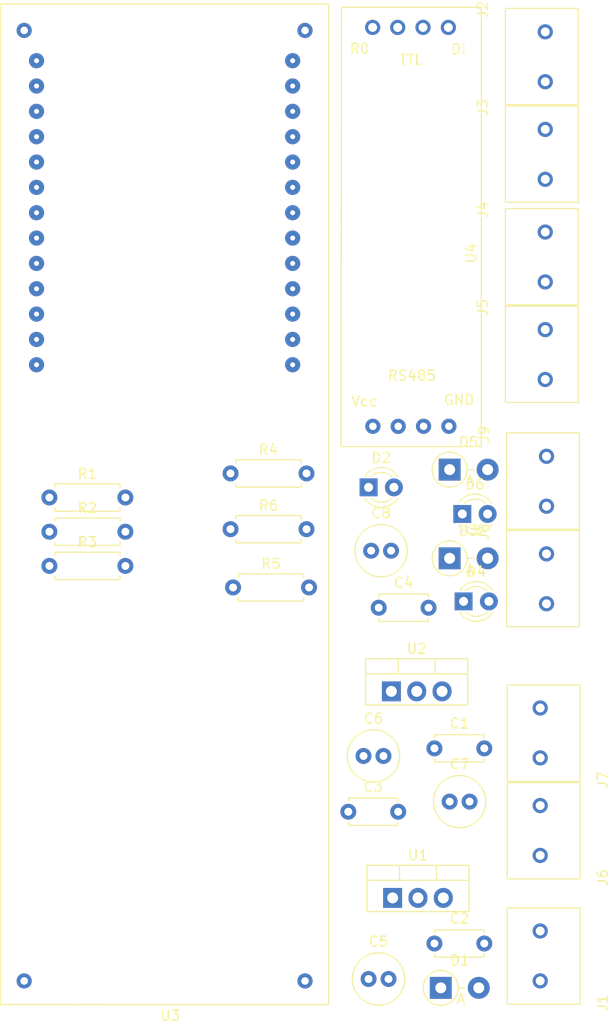
<source format=kicad_pcb>
(kicad_pcb (version 20171130) (host pcbnew "(5.1.10)-1")

  (general
    (thickness 1.6)
    (drawings 14)
    (tracks 0)
    (zones 0)
    (modules 33)
    (nets 38)
  )

  (page A4)
  (layers
    (0 F.Cu signal)
    (31 B.Cu signal)
    (32 B.Adhes user hide)
    (33 F.Adhes user hide)
    (34 B.Paste user)
    (35 F.Paste user hide)
    (36 B.SilkS user hide)
    (37 F.SilkS user)
    (38 B.Mask user hide)
    (39 F.Mask user hide)
    (40 Dwgs.User user hide)
    (41 Cmts.User user hide)
    (42 Eco1.User user hide)
    (43 Eco2.User user hide)
    (44 Edge.Cuts user)
    (45 Margin user hide)
    (46 B.CrtYd user hide)
    (47 F.CrtYd user)
    (48 B.Fab user hide)
    (49 F.Fab user hide)
  )

  (setup
    (last_trace_width 0.25)
    (user_trace_width 0.5)
    (trace_clearance 0.2)
    (zone_clearance 0.508)
    (zone_45_only no)
    (trace_min 0.2)
    (via_size 0.8)
    (via_drill 0.4)
    (via_min_size 0.4)
    (via_min_drill 0.3)
    (uvia_size 0.3)
    (uvia_drill 0.1)
    (uvias_allowed no)
    (uvia_min_size 0.2)
    (uvia_min_drill 0.1)
    (edge_width 0.05)
    (segment_width 0.2)
    (pcb_text_width 0.3)
    (pcb_text_size 1.5 1.5)
    (mod_edge_width 0.12)
    (mod_text_size 1 1)
    (mod_text_width 0.15)
    (pad_size 1.524 1.524)
    (pad_drill 0.762)
    (pad_to_mask_clearance 0)
    (aux_axis_origin 0 0)
    (visible_elements 7FFFFFFF)
    (pcbplotparams
      (layerselection 0x010fc_ffffffff)
      (usegerberextensions true)
      (usegerberattributes true)
      (usegerberadvancedattributes true)
      (creategerberjobfile true)
      (excludeedgelayer true)
      (linewidth 0.100000)
      (plotframeref false)
      (viasonmask false)
      (mode 1)
      (useauxorigin false)
      (hpglpennumber 1)
      (hpglpenspeed 20)
      (hpglpendiameter 15.000000)
      (psnegative false)
      (psa4output false)
      (plotreference true)
      (plotvalue false)
      (plotinvisibletext false)
      (padsonsilk false)
      (subtractmaskfromsilk false)
      (outputformat 1)
      (mirror false)
      (drillshape 0)
      (scaleselection 1)
      (outputdirectory "Gerbers/V2/"))
  )

  (net 0 "")
  (net 1 GND)
  (net 2 "Net-(C1-Pad1)")
  (net 3 "Net-(C2-Pad1)")
  (net 4 "Net-(U3-Pad1)")
  (net 5 "Net-(D1-Pad2)")
  (net 6 "Net-(D2-Pad1)")
  (net 7 "Net-(U3-Pad3)")
  (net 8 /A)
  (net 9 /B)
  (net 10 "Net-(U3-Pad36)")
  (net 11 "Net-(U3-Pad39)")
  (net 12 "Net-(U3-PadRST)")
  (net 13 "Net-(U3-Pad15)")
  (net 14 "Net-(U3-Pad35)")
  (net 15 "Net-(U3-Pad32)")
  (net 16 "Net-(U3-Pad33)")
  (net 17 "Net-(U3-PadLoRa1)")
  (net 18 "Net-(U3-PadLoRa2)")
  (net 19 "Net-(U3-PadGND3)")
  (net 20 "Net-(U3-Pad3V3)")
  (net 21 "Net-(U3-PadGND2)")
  (net 22 "Net-(U3-Pad0)")
  (net 23 "Net-(U3-Pad23)")
  (net 24 "Net-(U3-Pad21)")
  (net 25 "Net-(U3-Pad3.3V)")
  (net 26 "Net-(U3-Pad13)")
  (net 27 "Net-(R1-Pad2)")
  (net 28 "Net-(U3-Pad4)")
  (net 29 /5V)
  (net 30 /9V)
  (net 31 "Net-(D4-Pad1)")
  (net 32 "Net-(D5-Pad2)")
  (net 33 "Net-(D6-Pad1)")
  (net 34 /IN1)
  (net 35 /IN2)
  (net 36 "Net-(R2-Pad2)")
  (net 37 "Net-(U3-Pad22)")

  (net_class Default "This is the default net class."
    (clearance 0.2)
    (trace_width 0.25)
    (via_dia 0.8)
    (via_drill 0.4)
    (uvia_dia 0.3)
    (uvia_drill 0.1)
    (add_net /5V)
    (add_net /9V)
    (add_net /A)
    (add_net /B)
    (add_net /IN1)
    (add_net /IN2)
    (add_net GND)
    (add_net "Net-(C1-Pad1)")
    (add_net "Net-(C2-Pad1)")
    (add_net "Net-(D1-Pad2)")
    (add_net "Net-(D2-Pad1)")
    (add_net "Net-(D4-Pad1)")
    (add_net "Net-(D5-Pad2)")
    (add_net "Net-(D6-Pad1)")
    (add_net "Net-(R1-Pad2)")
    (add_net "Net-(R2-Pad2)")
    (add_net "Net-(U3-Pad0)")
    (add_net "Net-(U3-Pad1)")
    (add_net "Net-(U3-Pad13)")
    (add_net "Net-(U3-Pad15)")
    (add_net "Net-(U3-Pad21)")
    (add_net "Net-(U3-Pad22)")
    (add_net "Net-(U3-Pad23)")
    (add_net "Net-(U3-Pad3)")
    (add_net "Net-(U3-Pad3.3V)")
    (add_net "Net-(U3-Pad32)")
    (add_net "Net-(U3-Pad33)")
    (add_net "Net-(U3-Pad35)")
    (add_net "Net-(U3-Pad36)")
    (add_net "Net-(U3-Pad39)")
    (add_net "Net-(U3-Pad3V3)")
    (add_net "Net-(U3-Pad4)")
    (add_net "Net-(U3-PadGND2)")
    (add_net "Net-(U3-PadGND3)")
    (add_net "Net-(U3-PadLoRa1)")
    (add_net "Net-(U3-PadLoRa2)")
    (add_net "Net-(U3-PadRST)")
  )

  (module Capacitor_THT:C_Disc_D4.7mm_W2.5mm_P5.00mm (layer F.Cu) (tedit 5AE50EF0) (tstamp 63653E77)
    (at 158.877 117.602)
    (descr "C, Disc series, Radial, pin pitch=5.00mm, , diameter*width=4.7*2.5mm^2, Capacitor, http://www.vishay.com/docs/45233/krseries.pdf")
    (tags "C Disc series Radial pin pitch 5.00mm  diameter 4.7mm width 2.5mm Capacitor")
    (path /616F1AC0)
    (fp_text reference C1 (at 2.5 -2.5) (layer F.SilkS)
      (effects (font (size 1 1) (thickness 0.15)))
    )
    (fp_text value 0.1uF (at 2.5 2.5) (layer F.Fab)
      (effects (font (size 1 1) (thickness 0.15)))
    )
    (fp_text user %R (at 2.5 0) (layer F.Fab)
      (effects (font (size 0.94 0.94) (thickness 0.141)))
    )
    (fp_line (start 0.15 -1.25) (end 0.15 1.25) (layer F.Fab) (width 0.1))
    (fp_line (start 0.15 1.25) (end 4.85 1.25) (layer F.Fab) (width 0.1))
    (fp_line (start 4.85 1.25) (end 4.85 -1.25) (layer F.Fab) (width 0.1))
    (fp_line (start 4.85 -1.25) (end 0.15 -1.25) (layer F.Fab) (width 0.1))
    (fp_line (start 0.03 -1.37) (end 4.97 -1.37) (layer F.SilkS) (width 0.12))
    (fp_line (start 0.03 1.37) (end 4.97 1.37) (layer F.SilkS) (width 0.12))
    (fp_line (start 0.03 -1.37) (end 0.03 -1.055) (layer F.SilkS) (width 0.12))
    (fp_line (start 0.03 1.055) (end 0.03 1.37) (layer F.SilkS) (width 0.12))
    (fp_line (start 4.97 -1.37) (end 4.97 -1.055) (layer F.SilkS) (width 0.12))
    (fp_line (start 4.97 1.055) (end 4.97 1.37) (layer F.SilkS) (width 0.12))
    (fp_line (start -1.05 -1.5) (end -1.05 1.5) (layer F.CrtYd) (width 0.05))
    (fp_line (start -1.05 1.5) (end 6.05 1.5) (layer F.CrtYd) (width 0.05))
    (fp_line (start 6.05 1.5) (end 6.05 -1.5) (layer F.CrtYd) (width 0.05))
    (fp_line (start 6.05 -1.5) (end -1.05 -1.5) (layer F.CrtYd) (width 0.05))
    (pad 2 thru_hole circle (at 5 0) (size 1.6 1.6) (drill 0.8) (layers *.Cu *.Mask)
      (net 1 GND))
    (pad 1 thru_hole circle (at 0 0) (size 1.6 1.6) (drill 0.8) (layers *.Cu *.Mask)
      (net 2 "Net-(C1-Pad1)"))
    (model ${KISYS3DMOD}/Capacitor_THT.3dshapes/C_Disc_D4.7mm_W2.5mm_P5.00mm.wrl
      (at (xyz 0 0 0))
      (scale (xyz 1 1 1))
      (rotate (xyz 0 0 0))
    )
  )

  (module Capacitor_THT:C_Disc_D4.7mm_W2.5mm_P5.00mm (layer F.Cu) (tedit 5AE50EF0) (tstamp 63653E8C)
    (at 158.877 137.16)
    (descr "C, Disc series, Radial, pin pitch=5.00mm, , diameter*width=4.7*2.5mm^2, Capacitor, http://www.vishay.com/docs/45233/krseries.pdf")
    (tags "C Disc series Radial pin pitch 5.00mm  diameter 4.7mm width 2.5mm Capacitor")
    (path /616F0A57)
    (fp_text reference C2 (at 2.5 -2.5) (layer F.SilkS)
      (effects (font (size 1 1) (thickness 0.15)))
    )
    (fp_text value 0.1uF (at 2.5 2.5) (layer F.Fab)
      (effects (font (size 1 1) (thickness 0.15)))
    )
    (fp_text user %R (at 2.5 0) (layer F.Fab)
      (effects (font (size 0.94 0.94) (thickness 0.141)))
    )
    (fp_line (start 0.15 -1.25) (end 0.15 1.25) (layer F.Fab) (width 0.1))
    (fp_line (start 0.15 1.25) (end 4.85 1.25) (layer F.Fab) (width 0.1))
    (fp_line (start 4.85 1.25) (end 4.85 -1.25) (layer F.Fab) (width 0.1))
    (fp_line (start 4.85 -1.25) (end 0.15 -1.25) (layer F.Fab) (width 0.1))
    (fp_line (start 0.03 -1.37) (end 4.97 -1.37) (layer F.SilkS) (width 0.12))
    (fp_line (start 0.03 1.37) (end 4.97 1.37) (layer F.SilkS) (width 0.12))
    (fp_line (start 0.03 -1.37) (end 0.03 -1.055) (layer F.SilkS) (width 0.12))
    (fp_line (start 0.03 1.055) (end 0.03 1.37) (layer F.SilkS) (width 0.12))
    (fp_line (start 4.97 -1.37) (end 4.97 -1.055) (layer F.SilkS) (width 0.12))
    (fp_line (start 4.97 1.055) (end 4.97 1.37) (layer F.SilkS) (width 0.12))
    (fp_line (start -1.05 -1.5) (end -1.05 1.5) (layer F.CrtYd) (width 0.05))
    (fp_line (start -1.05 1.5) (end 6.05 1.5) (layer F.CrtYd) (width 0.05))
    (fp_line (start 6.05 1.5) (end 6.05 -1.5) (layer F.CrtYd) (width 0.05))
    (fp_line (start 6.05 -1.5) (end -1.05 -1.5) (layer F.CrtYd) (width 0.05))
    (pad 2 thru_hole circle (at 5 0) (size 1.6 1.6) (drill 0.8) (layers *.Cu *.Mask)
      (net 1 GND))
    (pad 1 thru_hole circle (at 0 0) (size 1.6 1.6) (drill 0.8) (layers *.Cu *.Mask)
      (net 3 "Net-(C2-Pad1)"))
    (model ${KISYS3DMOD}/Capacitor_THT.3dshapes/C_Disc_D4.7mm_W2.5mm_P5.00mm.wrl
      (at (xyz 0 0 0))
      (scale (xyz 1 1 1))
      (rotate (xyz 0 0 0))
    )
  )

  (module Capacitor_THT:C_Disc_D4.7mm_W2.5mm_P5.00mm (layer F.Cu) (tedit 5AE50EF0) (tstamp 63653EA1)
    (at 150.241 123.952)
    (descr "C, Disc series, Radial, pin pitch=5.00mm, , diameter*width=4.7*2.5mm^2, Capacitor, http://www.vishay.com/docs/45233/krseries.pdf")
    (tags "C Disc series Radial pin pitch 5.00mm  diameter 4.7mm width 2.5mm Capacitor")
    (path /616F197F)
    (fp_text reference C3 (at 2.5 -2.5) (layer F.SilkS)
      (effects (font (size 1 1) (thickness 0.15)))
    )
    (fp_text value 0.1uF (at 2.5 2.5) (layer F.Fab)
      (effects (font (size 1 1) (thickness 0.15)))
    )
    (fp_line (start 6.05 -1.5) (end -1.05 -1.5) (layer F.CrtYd) (width 0.05))
    (fp_line (start 6.05 1.5) (end 6.05 -1.5) (layer F.CrtYd) (width 0.05))
    (fp_line (start -1.05 1.5) (end 6.05 1.5) (layer F.CrtYd) (width 0.05))
    (fp_line (start -1.05 -1.5) (end -1.05 1.5) (layer F.CrtYd) (width 0.05))
    (fp_line (start 4.97 1.055) (end 4.97 1.37) (layer F.SilkS) (width 0.12))
    (fp_line (start 4.97 -1.37) (end 4.97 -1.055) (layer F.SilkS) (width 0.12))
    (fp_line (start 0.03 1.055) (end 0.03 1.37) (layer F.SilkS) (width 0.12))
    (fp_line (start 0.03 -1.37) (end 0.03 -1.055) (layer F.SilkS) (width 0.12))
    (fp_line (start 0.03 1.37) (end 4.97 1.37) (layer F.SilkS) (width 0.12))
    (fp_line (start 0.03 -1.37) (end 4.97 -1.37) (layer F.SilkS) (width 0.12))
    (fp_line (start 4.85 -1.25) (end 0.15 -1.25) (layer F.Fab) (width 0.1))
    (fp_line (start 4.85 1.25) (end 4.85 -1.25) (layer F.Fab) (width 0.1))
    (fp_line (start 0.15 1.25) (end 4.85 1.25) (layer F.Fab) (width 0.1))
    (fp_line (start 0.15 -1.25) (end 0.15 1.25) (layer F.Fab) (width 0.1))
    (fp_text user %R (at 2.5 0) (layer F.Fab)
      (effects (font (size 0.94 0.94) (thickness 0.141)))
    )
    (pad 1 thru_hole circle (at 0 0) (size 1.6 1.6) (drill 0.8) (layers *.Cu *.Mask)
      (net 2 "Net-(C1-Pad1)"))
    (pad 2 thru_hole circle (at 5 0) (size 1.6 1.6) (drill 0.8) (layers *.Cu *.Mask)
      (net 1 GND))
    (model ${KISYS3DMOD}/Capacitor_THT.3dshapes/C_Disc_D4.7mm_W2.5mm_P5.00mm.wrl
      (at (xyz 0 0 0))
      (scale (xyz 1 1 1))
      (rotate (xyz 0 0 0))
    )
  )

  (module Capacitor_THT:C_Disc_D4.7mm_W2.5mm_P5.00mm (layer F.Cu) (tedit 5AE50EF0) (tstamp 63653EB6)
    (at 153.289 103.505)
    (descr "C, Disc series, Radial, pin pitch=5.00mm, , diameter*width=4.7*2.5mm^2, Capacitor, http://www.vishay.com/docs/45233/krseries.pdf")
    (tags "C Disc series Radial pin pitch 5.00mm  diameter 4.7mm width 2.5mm Capacitor")
    (path /616F1AFA)
    (fp_text reference C4 (at 2.5 -2.5) (layer F.SilkS)
      (effects (font (size 1 1) (thickness 0.15)))
    )
    (fp_text value 0.1uF (at 2.5 2.5) (layer F.Fab)
      (effects (font (size 1 1) (thickness 0.15)))
    )
    (fp_line (start 6.05 -1.5) (end -1.05 -1.5) (layer F.CrtYd) (width 0.05))
    (fp_line (start 6.05 1.5) (end 6.05 -1.5) (layer F.CrtYd) (width 0.05))
    (fp_line (start -1.05 1.5) (end 6.05 1.5) (layer F.CrtYd) (width 0.05))
    (fp_line (start -1.05 -1.5) (end -1.05 1.5) (layer F.CrtYd) (width 0.05))
    (fp_line (start 4.97 1.055) (end 4.97 1.37) (layer F.SilkS) (width 0.12))
    (fp_line (start 4.97 -1.37) (end 4.97 -1.055) (layer F.SilkS) (width 0.12))
    (fp_line (start 0.03 1.055) (end 0.03 1.37) (layer F.SilkS) (width 0.12))
    (fp_line (start 0.03 -1.37) (end 0.03 -1.055) (layer F.SilkS) (width 0.12))
    (fp_line (start 0.03 1.37) (end 4.97 1.37) (layer F.SilkS) (width 0.12))
    (fp_line (start 0.03 -1.37) (end 4.97 -1.37) (layer F.SilkS) (width 0.12))
    (fp_line (start 4.85 -1.25) (end 0.15 -1.25) (layer F.Fab) (width 0.1))
    (fp_line (start 4.85 1.25) (end 4.85 -1.25) (layer F.Fab) (width 0.1))
    (fp_line (start 0.15 1.25) (end 4.85 1.25) (layer F.Fab) (width 0.1))
    (fp_line (start 0.15 -1.25) (end 0.15 1.25) (layer F.Fab) (width 0.1))
    (fp_text user %R (at 2.5 0) (layer F.Fab)
      (effects (font (size 0.94 0.94) (thickness 0.141)))
    )
    (pad 1 thru_hole circle (at 0 0) (size 1.6 1.6) (drill 0.8) (layers *.Cu *.Mask)
      (net 29 /5V))
    (pad 2 thru_hole circle (at 5 0) (size 1.6 1.6) (drill 0.8) (layers *.Cu *.Mask)
      (net 1 GND))
    (model ${KISYS3DMOD}/Capacitor_THT.3dshapes/C_Disc_D4.7mm_W2.5mm_P5.00mm.wrl
      (at (xyz 0 0 0))
      (scale (xyz 1 1 1))
      (rotate (xyz 0 0 0))
    )
  )

  (module Capacitor_THT:C_Radial_D5.0mm_H11.0mm_P2.00mm (layer F.Cu) (tedit 5BC5C9B9) (tstamp 63653EC0)
    (at 152.273 140.716)
    (descr "C, Radial series, Radial, pin pitch=2.00mm, diameter=5mm, height=11mm, Non-Polar Electrolytic Capacitor")
    (tags "C Radial series Radial pin pitch 2.00mm diameter 5mm height 11mm Non-Polar Electrolytic Capacitor")
    (path /62E89CBB)
    (fp_text reference C5 (at 1 -3.75) (layer F.SilkS)
      (effects (font (size 1 1) (thickness 0.15)))
    )
    (fp_text value 0.22uF (at 1 3.75) (layer F.Fab)
      (effects (font (size 1 1) (thickness 0.15)))
    )
    (fp_text user %R (at 1 0) (layer F.Fab)
      (effects (font (size 1 1) (thickness 0.15)))
    )
    (fp_circle (center 1 0) (end 3.5 0) (layer F.Fab) (width 0.1))
    (fp_circle (center 1 0) (end 3.62 0) (layer F.SilkS) (width 0.12))
    (fp_circle (center 1 0) (end 3.75 0) (layer F.CrtYd) (width 0.05))
    (pad 2 thru_hole circle (at 2 0) (size 1.6 1.6) (drill 0.8) (layers *.Cu *.Mask)
      (net 1 GND))
    (pad 1 thru_hole circle (at 0 0) (size 1.6 1.6) (drill 0.8) (layers *.Cu *.Mask)
      (net 3 "Net-(C2-Pad1)"))
    (model ${KISYS3DMOD}/Capacitor_THT.3dshapes/C_Radial_D5.0mm_H11.0mm_P2.00mm.wrl
      (at (xyz 0 0 0))
      (scale (xyz 1 1 1))
      (rotate (xyz 0 0 0))
    )
  )

  (module Capacitor_THT:C_Radial_D5.0mm_H11.0mm_P2.00mm (layer F.Cu) (tedit 5BC5C9B9) (tstamp 63653ECA)
    (at 151.765 118.364)
    (descr "C, Radial series, Radial, pin pitch=2.00mm, diameter=5mm, height=11mm, Non-Polar Electrolytic Capacitor")
    (tags "C Radial series Radial pin pitch 2.00mm diameter 5mm height 11mm Non-Polar Electrolytic Capacitor")
    (path /62EBD6DD)
    (fp_text reference C6 (at 1 -3.75) (layer F.SilkS)
      (effects (font (size 1 1) (thickness 0.15)))
    )
    (fp_text value 0.22uF (at 1 3.75) (layer F.Fab)
      (effects (font (size 1 1) (thickness 0.15)))
    )
    (fp_text user %R (at 1 0) (layer F.Fab)
      (effects (font (size 1 1) (thickness 0.15)))
    )
    (fp_circle (center 1 0) (end 3.5 0) (layer F.Fab) (width 0.1))
    (fp_circle (center 1 0) (end 3.62 0) (layer F.SilkS) (width 0.12))
    (fp_circle (center 1 0) (end 3.75 0) (layer F.CrtYd) (width 0.05))
    (pad 2 thru_hole circle (at 2 0) (size 1.6 1.6) (drill 0.8) (layers *.Cu *.Mask)
      (net 1 GND))
    (pad 1 thru_hole circle (at 0 0) (size 1.6 1.6) (drill 0.8) (layers *.Cu *.Mask)
      (net 2 "Net-(C1-Pad1)"))
    (model ${KISYS3DMOD}/Capacitor_THT.3dshapes/C_Radial_D5.0mm_H11.0mm_P2.00mm.wrl
      (at (xyz 0 0 0))
      (scale (xyz 1 1 1))
      (rotate (xyz 0 0 0))
    )
  )

  (module Capacitor_THT:C_Radial_D5.0mm_H11.0mm_P2.00mm (layer F.Cu) (tedit 5BC5C9B9) (tstamp 63653ED4)
    (at 160.401 122.936)
    (descr "C, Radial series, Radial, pin pitch=2.00mm, diameter=5mm, height=11mm, Non-Polar Electrolytic Capacitor")
    (tags "C Radial series Radial pin pitch 2.00mm diameter 5mm height 11mm Non-Polar Electrolytic Capacitor")
    (path /62EAA159)
    (fp_text reference C7 (at 1 -3.75) (layer F.SilkS)
      (effects (font (size 1 1) (thickness 0.15)))
    )
    (fp_text value 10uF (at 1 3.75) (layer F.Fab)
      (effects (font (size 1 1) (thickness 0.15)))
    )
    (fp_circle (center 1 0) (end 3.75 0) (layer F.CrtYd) (width 0.05))
    (fp_circle (center 1 0) (end 3.62 0) (layer F.SilkS) (width 0.12))
    (fp_circle (center 1 0) (end 3.5 0) (layer F.Fab) (width 0.1))
    (fp_text user %R (at 1 0) (layer F.Fab)
      (effects (font (size 1 1) (thickness 0.15)))
    )
    (pad 1 thru_hole circle (at 0 0) (size 1.6 1.6) (drill 0.8) (layers *.Cu *.Mask)
      (net 2 "Net-(C1-Pad1)"))
    (pad 2 thru_hole circle (at 2 0) (size 1.6 1.6) (drill 0.8) (layers *.Cu *.Mask)
      (net 1 GND))
    (model ${KISYS3DMOD}/Capacitor_THT.3dshapes/C_Radial_D5.0mm_H11.0mm_P2.00mm.wrl
      (at (xyz 0 0 0))
      (scale (xyz 1 1 1))
      (rotate (xyz 0 0 0))
    )
  )

  (module Capacitor_THT:C_Radial_D5.0mm_H11.0mm_P2.00mm (layer F.Cu) (tedit 5BC5C9B9) (tstamp 636558BF)
    (at 152.527 97.79)
    (descr "C, Radial series, Radial, pin pitch=2.00mm, diameter=5mm, height=11mm, Non-Polar Electrolytic Capacitor")
    (tags "C Radial series Radial pin pitch 2.00mm diameter 5mm height 11mm Non-Polar Electrolytic Capacitor")
    (path /62EBDEB3)
    (fp_text reference C8 (at 1 -3.75) (layer F.SilkS)
      (effects (font (size 1 1) (thickness 0.15)))
    )
    (fp_text value 10uF (at 1 3.75) (layer F.Fab)
      (effects (font (size 1 1) (thickness 0.15)))
    )
    (fp_circle (center 1 0) (end 3.75 0) (layer F.CrtYd) (width 0.05))
    (fp_circle (center 1 0) (end 3.62 0) (layer F.SilkS) (width 0.12))
    (fp_circle (center 1 0) (end 3.5 0) (layer F.Fab) (width 0.1))
    (fp_text user %R (at 1 0) (layer F.Fab)
      (effects (font (size 1 1) (thickness 0.15)))
    )
    (pad 1 thru_hole circle (at 0 0) (size 1.6 1.6) (drill 0.8) (layers *.Cu *.Mask)
      (net 29 /5V))
    (pad 2 thru_hole circle (at 2 0) (size 1.6 1.6) (drill 0.8) (layers *.Cu *.Mask)
      (net 1 GND))
    (model ${KISYS3DMOD}/Capacitor_THT.3dshapes/C_Radial_D5.0mm_H11.0mm_P2.00mm.wrl
      (at (xyz 0 0 0))
      (scale (xyz 1 1 1))
      (rotate (xyz 0 0 0))
    )
  )

  (module LED_THT:LED_D3.0mm (layer F.Cu) (tedit 587A3A7B) (tstamp 63653F10)
    (at 152.273 91.44)
    (descr "LED, diameter 3.0mm, 2 pins")
    (tags "LED diameter 3.0mm 2 pins")
    (path /6367A0A8)
    (fp_text reference D2 (at 1.27 -2.96) (layer F.SilkS)
      (effects (font (size 1 1) (thickness 0.15)))
    )
    (fp_text value LED (at 1.27 2.96) (layer F.Fab)
      (effects (font (size 1 1) (thickness 0.15)))
    )
    (fp_arc (start 1.27 0) (end 0.229039 1.08) (angle -87.9) (layer F.SilkS) (width 0.12))
    (fp_arc (start 1.27 0) (end 0.229039 -1.08) (angle 87.9) (layer F.SilkS) (width 0.12))
    (fp_arc (start 1.27 0) (end -0.29 1.235516) (angle -108.8) (layer F.SilkS) (width 0.12))
    (fp_arc (start 1.27 0) (end -0.29 -1.235516) (angle 108.8) (layer F.SilkS) (width 0.12))
    (fp_arc (start 1.27 0) (end -0.23 -1.16619) (angle 284.3) (layer F.Fab) (width 0.1))
    (fp_circle (center 1.27 0) (end 2.77 0) (layer F.Fab) (width 0.1))
    (fp_line (start -0.23 -1.16619) (end -0.23 1.16619) (layer F.Fab) (width 0.1))
    (fp_line (start -0.29 -1.236) (end -0.29 -1.08) (layer F.SilkS) (width 0.12))
    (fp_line (start -0.29 1.08) (end -0.29 1.236) (layer F.SilkS) (width 0.12))
    (fp_line (start -1.15 -2.25) (end -1.15 2.25) (layer F.CrtYd) (width 0.05))
    (fp_line (start -1.15 2.25) (end 3.7 2.25) (layer F.CrtYd) (width 0.05))
    (fp_line (start 3.7 2.25) (end 3.7 -2.25) (layer F.CrtYd) (width 0.05))
    (fp_line (start 3.7 -2.25) (end -1.15 -2.25) (layer F.CrtYd) (width 0.05))
    (pad 2 thru_hole circle (at 2.54 0) (size 1.8 1.8) (drill 0.9) (layers *.Cu *.Mask)
      (net 29 /5V))
    (pad 1 thru_hole rect (at 0 0) (size 1.8 1.8) (drill 0.9) (layers *.Cu *.Mask)
      (net 6 "Net-(D2-Pad1)"))
    (model ${KISYS3DMOD}/LED_THT.3dshapes/LED_D3.0mm.wrl
      (at (xyz 0 0 0))
      (scale (xyz 1 1 1))
      (rotate (xyz 0 0 0))
    )
  )

  (module LED_THT:LED_D3.0mm (layer F.Cu) (tedit 587A3A7B) (tstamp 63653F42)
    (at 161.798 102.87)
    (descr "LED, diameter 3.0mm, 2 pins")
    (tags "LED diameter 3.0mm 2 pins")
    (path /636797A2)
    (fp_text reference D4 (at 1.27 -2.96) (layer F.SilkS)
      (effects (font (size 1 1) (thickness 0.15)))
    )
    (fp_text value LED (at 1.27 2.96) (layer F.Fab)
      (effects (font (size 1 1) (thickness 0.15)))
    )
    (fp_line (start 3.7 -2.25) (end -1.15 -2.25) (layer F.CrtYd) (width 0.05))
    (fp_line (start 3.7 2.25) (end 3.7 -2.25) (layer F.CrtYd) (width 0.05))
    (fp_line (start -1.15 2.25) (end 3.7 2.25) (layer F.CrtYd) (width 0.05))
    (fp_line (start -1.15 -2.25) (end -1.15 2.25) (layer F.CrtYd) (width 0.05))
    (fp_line (start -0.29 1.08) (end -0.29 1.236) (layer F.SilkS) (width 0.12))
    (fp_line (start -0.29 -1.236) (end -0.29 -1.08) (layer F.SilkS) (width 0.12))
    (fp_line (start -0.23 -1.16619) (end -0.23 1.16619) (layer F.Fab) (width 0.1))
    (fp_circle (center 1.27 0) (end 2.77 0) (layer F.Fab) (width 0.1))
    (fp_arc (start 1.27 0) (end -0.23 -1.16619) (angle 284.3) (layer F.Fab) (width 0.1))
    (fp_arc (start 1.27 0) (end -0.29 -1.235516) (angle 108.8) (layer F.SilkS) (width 0.12))
    (fp_arc (start 1.27 0) (end -0.29 1.235516) (angle -108.8) (layer F.SilkS) (width 0.12))
    (fp_arc (start 1.27 0) (end 0.229039 -1.08) (angle 87.9) (layer F.SilkS) (width 0.12))
    (fp_arc (start 1.27 0) (end 0.229039 1.08) (angle -87.9) (layer F.SilkS) (width 0.12))
    (pad 1 thru_hole rect (at 0 0) (size 1.8 1.8) (drill 0.9) (layers *.Cu *.Mask)
      (net 31 "Net-(D4-Pad1)"))
    (pad 2 thru_hole circle (at 2.54 0) (size 1.8 1.8) (drill 0.9) (layers *.Cu *.Mask)
      (net 30 /9V))
    (model ${KISYS3DMOD}/LED_THT.3dshapes/LED_D3.0mm.wrl
      (at (xyz 0 0 0))
      (scale (xyz 1 1 1))
      (rotate (xyz 0 0 0))
    )
  )

  (module LED_THT:LED_D3.0mm (layer F.Cu) (tedit 587A3A7B) (tstamp 63653F74)
    (at 161.671 94.107)
    (descr "LED, diameter 3.0mm, 2 pins")
    (tags "LED diameter 3.0mm 2 pins")
    (path /6367A448)
    (fp_text reference D6 (at 1.27 -2.96) (layer F.SilkS)
      (effects (font (size 1 1) (thickness 0.15)))
    )
    (fp_text value LED (at 1.27 2.96) (layer F.Fab)
      (effects (font (size 1 1) (thickness 0.15)))
    )
    (fp_line (start 3.7 -2.25) (end -1.15 -2.25) (layer F.CrtYd) (width 0.05))
    (fp_line (start 3.7 2.25) (end 3.7 -2.25) (layer F.CrtYd) (width 0.05))
    (fp_line (start -1.15 2.25) (end 3.7 2.25) (layer F.CrtYd) (width 0.05))
    (fp_line (start -1.15 -2.25) (end -1.15 2.25) (layer F.CrtYd) (width 0.05))
    (fp_line (start -0.29 1.08) (end -0.29 1.236) (layer F.SilkS) (width 0.12))
    (fp_line (start -0.29 -1.236) (end -0.29 -1.08) (layer F.SilkS) (width 0.12))
    (fp_line (start -0.23 -1.16619) (end -0.23 1.16619) (layer F.Fab) (width 0.1))
    (fp_circle (center 1.27 0) (end 2.77 0) (layer F.Fab) (width 0.1))
    (fp_arc (start 1.27 0) (end -0.23 -1.16619) (angle 284.3) (layer F.Fab) (width 0.1))
    (fp_arc (start 1.27 0) (end -0.29 -1.235516) (angle 108.8) (layer F.SilkS) (width 0.12))
    (fp_arc (start 1.27 0) (end -0.29 1.235516) (angle -108.8) (layer F.SilkS) (width 0.12))
    (fp_arc (start 1.27 0) (end 0.229039 -1.08) (angle 87.9) (layer F.SilkS) (width 0.12))
    (fp_arc (start 1.27 0) (end 0.229039 1.08) (angle -87.9) (layer F.SilkS) (width 0.12))
    (pad 1 thru_hole rect (at 0 0) (size 1.8 1.8) (drill 0.9) (layers *.Cu *.Mask)
      (net 33 "Net-(D6-Pad1)"))
    (pad 2 thru_hole circle (at 2.54 0) (size 1.8 1.8) (drill 0.9) (layers *.Cu *.Mask)
      (net 32 "Net-(D5-Pad2)"))
    (model ${KISYS3DMOD}/LED_THT.3dshapes/LED_D3.0mm.wrl
      (at (xyz 0 0 0))
      (scale (xyz 1 1 1))
      (rotate (xyz 0 0 0))
    )
  )

  (module bornera:bornera (layer F.Cu) (tedit 63652BE7) (tstamp 63654C21)
    (at 173.482 143.256 90)
    (path /616EF701)
    (fp_text reference J1 (at 0.1397 2.26568 90) (layer F.SilkS)
      (effects (font (size 1 1) (thickness 0.15)))
    )
    (fp_text value Conn_01x02 (at 0.06604 0.74422 90) (layer F.Fab)
      (effects (font (size 1 1) (thickness 0.15)))
    )
    (fp_line (start 0 0) (end 9.652 0) (layer F.SilkS) (width 0.12))
    (fp_line (start 9.652 0) (end 9.652 -7.30504) (layer F.SilkS) (width 0.12))
    (fp_line (start 9.652 -7.30504) (end 0 -7.30504) (layer F.SilkS) (width 0.12))
    (fp_line (start 0 -7.30504) (end 0 -0.00254) (layer F.SilkS) (width 0.12))
    (pad 1 thru_hole circle (at 2.35 -4 90) (size 1.524 1.524) (drill 0.9) (layers *.Cu *.Mask)
      (net 5 "Net-(D1-Pad2)"))
    (pad 2 thru_hole circle (at 7.35 -4 90) (size 1.524 1.524) (drill 0.9) (layers *.Cu *.Mask)
      (net 1 GND))
  )

  (module bornera:bornera (layer F.Cu) (tedit 63652BE7) (tstamp 636549A6)
    (at 165.989 43.434 270)
    (path /62F0642C)
    (fp_text reference J2 (at 0.1397 2.26568 90) (layer F.SilkS)
      (effects (font (size 1 1) (thickness 0.15)))
    )
    (fp_text value Conn_01x02 (at 0.06604 0.74422 90) (layer F.Fab)
      (effects (font (size 1 1) (thickness 0.15)))
    )
    (fp_line (start 0 -7.30504) (end 0 -0.00254) (layer F.SilkS) (width 0.12))
    (fp_line (start 9.652 -7.30504) (end 0 -7.30504) (layer F.SilkS) (width 0.12))
    (fp_line (start 9.652 0) (end 9.652 -7.30504) (layer F.SilkS) (width 0.12))
    (fp_line (start 0 0) (end 9.652 0) (layer F.SilkS) (width 0.12))
    (pad 2 thru_hole circle (at 7.35 -4 270) (size 1.524 1.524) (drill 0.9) (layers *.Cu *.Mask)
      (net 8 /A))
    (pad 1 thru_hole circle (at 2.35 -4 270) (size 1.524 1.524) (drill 0.9) (layers *.Cu *.Mask)
      (net 30 /9V))
  )

  (module bornera:bornera (layer F.Cu) (tedit 63652BE7) (tstamp 636549C1)
    (at 165.989 53.213 270)
    (path /62F069C6)
    (fp_text reference J3 (at 0.1397 2.26568 90) (layer F.SilkS)
      (effects (font (size 1 1) (thickness 0.15)))
    )
    (fp_text value Conn_01x02 (at 0.06604 0.74422 90) (layer F.Fab)
      (effects (font (size 1 1) (thickness 0.15)))
    )
    (fp_line (start 0 0) (end 9.652 0) (layer F.SilkS) (width 0.12))
    (fp_line (start 9.652 0) (end 9.652 -7.30504) (layer F.SilkS) (width 0.12))
    (fp_line (start 9.652 -7.30504) (end 0 -7.30504) (layer F.SilkS) (width 0.12))
    (fp_line (start 0 -7.30504) (end 0 -0.00254) (layer F.SilkS) (width 0.12))
    (pad 1 thru_hole circle (at 2.35 -4 270) (size 1.524 1.524) (drill 0.9) (layers *.Cu *.Mask)
      (net 9 /B))
    (pad 2 thru_hole circle (at 7.35 -4 270) (size 1.524 1.524) (drill 0.9) (layers *.Cu *.Mask)
      (net 1 GND))
  )

  (module bornera:bornera (layer F.Cu) (tedit 63652BE7) (tstamp 636549F7)
    (at 165.989 63.5 270)
    (path /62F06C66)
    (fp_text reference J4 (at 0.1397 2.26568 90) (layer F.SilkS)
      (effects (font (size 1 1) (thickness 0.15)))
    )
    (fp_text value Conn_01x02 (at 0.06604 0.74422 90) (layer F.Fab)
      (effects (font (size 1 1) (thickness 0.15)))
    )
    (fp_line (start 0 -7.30504) (end 0 -0.00254) (layer F.SilkS) (width 0.12))
    (fp_line (start 9.652 -7.30504) (end 0 -7.30504) (layer F.SilkS) (width 0.12))
    (fp_line (start 9.652 0) (end 9.652 -7.30504) (layer F.SilkS) (width 0.12))
    (fp_line (start 0 0) (end 9.652 0) (layer F.SilkS) (width 0.12))
    (pad 2 thru_hole circle (at 7.35 -4 270) (size 1.524 1.524) (drill 0.9) (layers *.Cu *.Mask)
      (net 8 /A))
    (pad 1 thru_hole circle (at 2.35 -4 270) (size 1.524 1.524) (drill 0.9) (layers *.Cu *.Mask)
      (net 30 /9V))
  )

  (module bornera:bornera (layer F.Cu) (tedit 63652BE7) (tstamp 636549DC)
    (at 165.989 73.279 270)
    (path /62F071C7)
    (fp_text reference J5 (at 0.1397 2.26568 90) (layer F.SilkS)
      (effects (font (size 1 1) (thickness 0.15)))
    )
    (fp_text value Conn_01x02 (at 0.06604 0.74422 90) (layer F.Fab)
      (effects (font (size 1 1) (thickness 0.15)))
    )
    (fp_line (start 0 0) (end 9.652 0) (layer F.SilkS) (width 0.12))
    (fp_line (start 9.652 0) (end 9.652 -7.30504) (layer F.SilkS) (width 0.12))
    (fp_line (start 9.652 -7.30504) (end 0 -7.30504) (layer F.SilkS) (width 0.12))
    (fp_line (start 0 -7.30504) (end 0 -0.00254) (layer F.SilkS) (width 0.12))
    (pad 1 thru_hole circle (at 2.35 -4 270) (size 1.524 1.524) (drill 0.9) (layers *.Cu *.Mask)
      (net 9 /B))
    (pad 2 thru_hole circle (at 7.35 -4 270) (size 1.524 1.524) (drill 0.9) (layers *.Cu *.Mask)
      (net 1 GND))
  )

  (module bornera:bornera (layer F.Cu) (tedit 63652BE7) (tstamp 63653FB0)
    (at 173.482 130.683 90)
    (path /6365D31F)
    (fp_text reference J6 (at 0.1397 2.26568 90) (layer F.SilkS)
      (effects (font (size 1 1) (thickness 0.15)))
    )
    (fp_text value Conn_01x02 (at 0.06604 0.74422 90) (layer F.Fab)
      (effects (font (size 1 1) (thickness 0.15)))
    )
    (fp_line (start 0 -7.30504) (end 0 -0.00254) (layer F.SilkS) (width 0.12))
    (fp_line (start 9.652 -7.30504) (end 0 -7.30504) (layer F.SilkS) (width 0.12))
    (fp_line (start 9.652 0) (end 9.652 -7.30504) (layer F.SilkS) (width 0.12))
    (fp_line (start 0 0) (end 9.652 0) (layer F.SilkS) (width 0.12))
    (pad 2 thru_hole circle (at 7.35 -4 90) (size 1.524 1.524) (drill 0.9) (layers *.Cu *.Mask)
      (net 34 /IN1))
    (pad 1 thru_hole circle (at 2.35 -4 90) (size 1.524 1.524) (drill 0.9) (layers *.Cu *.Mask)
      (net 1 GND))
  )

  (module bornera:bornera (layer F.Cu) (tedit 63652BE7) (tstamp 63653FBA)
    (at 173.482 120.904 90)
    (path /6365D325)
    (fp_text reference J7 (at 0.1397 2.26568 90) (layer F.SilkS)
      (effects (font (size 1 1) (thickness 0.15)))
    )
    (fp_text value Conn_01x02 (at 0.06604 0.74422 90) (layer F.Fab)
      (effects (font (size 1 1) (thickness 0.15)))
    )
    (fp_line (start 0 0) (end 9.652 0) (layer F.SilkS) (width 0.12))
    (fp_line (start 9.652 0) (end 9.652 -7.30504) (layer F.SilkS) (width 0.12))
    (fp_line (start 9.652 -7.30504) (end 0 -7.30504) (layer F.SilkS) (width 0.12))
    (fp_line (start 0 -7.30504) (end 0 -0.00254) (layer F.SilkS) (width 0.12))
    (pad 1 thru_hole circle (at 2.35 -4 90) (size 1.524 1.524) (drill 0.9) (layers *.Cu *.Mask)
      (net 35 /IN2))
    (pad 2 thru_hole circle (at 7.35 -4 90) (size 1.524 1.524) (drill 0.9) (layers *.Cu *.Mask)
      (net 29 /5V))
  )

  (module bornera:bornera (layer F.Cu) (tedit 63652BE7) (tstamp 63653FC4)
    (at 166.116 95.758 270)
    (path /6365B5EB)
    (fp_text reference J8 (at 0.1397 2.26568 90) (layer F.SilkS)
      (effects (font (size 1 1) (thickness 0.15)))
    )
    (fp_text value Conn_01x02 (at 0.06604 0.74422 90) (layer F.Fab)
      (effects (font (size 1 1) (thickness 0.15)))
    )
    (fp_line (start 0 -7.30504) (end 0 -0.00254) (layer F.SilkS) (width 0.12))
    (fp_line (start 9.652 -7.30504) (end 0 -7.30504) (layer F.SilkS) (width 0.12))
    (fp_line (start 9.652 0) (end 9.652 -7.30504) (layer F.SilkS) (width 0.12))
    (fp_line (start 0 0) (end 9.652 0) (layer F.SilkS) (width 0.12))
    (pad 2 thru_hole circle (at 7.35 -4 270) (size 1.524 1.524) (drill 0.9) (layers *.Cu *.Mask)
      (net 30 /9V))
    (pad 1 thru_hole circle (at 2.35 -4 270) (size 1.524 1.524) (drill 0.9) (layers *.Cu *.Mask)
      (net 2 "Net-(C1-Pad1)"))
  )

  (module bornera:bornera (layer F.Cu) (tedit 63652BE7) (tstamp 63653FCE)
    (at 166.116 85.979 270)
    (path /6365B5F1)
    (fp_text reference J9 (at 0.1397 2.26568 90) (layer F.SilkS)
      (effects (font (size 1 1) (thickness 0.15)))
    )
    (fp_text value Conn_01x02 (at 0.06604 0.74422 90) (layer F.Fab)
      (effects (font (size 1 1) (thickness 0.15)))
    )
    (fp_line (start 0 0) (end 9.652 0) (layer F.SilkS) (width 0.12))
    (fp_line (start 9.652 0) (end 9.652 -7.30504) (layer F.SilkS) (width 0.12))
    (fp_line (start 9.652 -7.30504) (end 0 -7.30504) (layer F.SilkS) (width 0.12))
    (fp_line (start 0 -7.30504) (end 0 -0.00254) (layer F.SilkS) (width 0.12))
    (pad 1 thru_hole circle (at 2.35 -4 270) (size 1.524 1.524) (drill 0.9) (layers *.Cu *.Mask)
      (net 29 /5V))
    (pad 2 thru_hole circle (at 7.35 -4 270) (size 1.524 1.524) (drill 0.9) (layers *.Cu *.Mask)
      (net 32 "Net-(D5-Pad2)"))
  )

  (module Resistor_THT:R_Axial_DIN0207_L6.3mm_D2.5mm_P7.62mm_Horizontal (layer F.Cu) (tedit 5AE5139B) (tstamp 63653FE5)
    (at 120.269 92.456)
    (descr "Resistor, Axial_DIN0207 series, Axial, Horizontal, pin pitch=7.62mm, 0.25W = 1/4W, length*diameter=6.3*2.5mm^2, http://cdn-reichelt.de/documents/datenblatt/B400/1_4W%23YAG.pdf")
    (tags "Resistor Axial_DIN0207 series Axial Horizontal pin pitch 7.62mm 0.25W = 1/4W length 6.3mm diameter 2.5mm")
    (path /63765878)
    (fp_text reference R1 (at 3.81 -2.37) (layer F.SilkS)
      (effects (font (size 1 1) (thickness 0.15)))
    )
    (fp_text value 10K (at 3.81 2.37) (layer F.Fab)
      (effects (font (size 1 1) (thickness 0.15)))
    )
    (fp_line (start 8.67 -1.5) (end -1.05 -1.5) (layer F.CrtYd) (width 0.05))
    (fp_line (start 8.67 1.5) (end 8.67 -1.5) (layer F.CrtYd) (width 0.05))
    (fp_line (start -1.05 1.5) (end 8.67 1.5) (layer F.CrtYd) (width 0.05))
    (fp_line (start -1.05 -1.5) (end -1.05 1.5) (layer F.CrtYd) (width 0.05))
    (fp_line (start 7.08 1.37) (end 7.08 1.04) (layer F.SilkS) (width 0.12))
    (fp_line (start 0.54 1.37) (end 7.08 1.37) (layer F.SilkS) (width 0.12))
    (fp_line (start 0.54 1.04) (end 0.54 1.37) (layer F.SilkS) (width 0.12))
    (fp_line (start 7.08 -1.37) (end 7.08 -1.04) (layer F.SilkS) (width 0.12))
    (fp_line (start 0.54 -1.37) (end 7.08 -1.37) (layer F.SilkS) (width 0.12))
    (fp_line (start 0.54 -1.04) (end 0.54 -1.37) (layer F.SilkS) (width 0.12))
    (fp_line (start 7.62 0) (end 6.96 0) (layer F.Fab) (width 0.1))
    (fp_line (start 0 0) (end 0.66 0) (layer F.Fab) (width 0.1))
    (fp_line (start 6.96 -1.25) (end 0.66 -1.25) (layer F.Fab) (width 0.1))
    (fp_line (start 6.96 1.25) (end 6.96 -1.25) (layer F.Fab) (width 0.1))
    (fp_line (start 0.66 1.25) (end 6.96 1.25) (layer F.Fab) (width 0.1))
    (fp_line (start 0.66 -1.25) (end 0.66 1.25) (layer F.Fab) (width 0.1))
    (fp_text user %R (at 3.81 0) (layer F.Fab)
      (effects (font (size 1 1) (thickness 0.15)))
    )
    (pad 1 thru_hole circle (at 0 0) (size 1.6 1.6) (drill 0.8) (layers *.Cu *.Mask)
      (net 5 "Net-(D1-Pad2)"))
    (pad 2 thru_hole oval (at 7.62 0) (size 1.6 1.6) (drill 0.8) (layers *.Cu *.Mask)
      (net 27 "Net-(R1-Pad2)"))
    (model ${KISYS3DMOD}/Resistor_THT.3dshapes/R_Axial_DIN0207_L6.3mm_D2.5mm_P7.62mm_Horizontal.wrl
      (at (xyz 0 0 0))
      (scale (xyz 1 1 1))
      (rotate (xyz 0 0 0))
    )
  )

  (module Resistor_THT:R_Axial_DIN0207_L6.3mm_D2.5mm_P7.62mm_Horizontal (layer F.Cu) (tedit 5AE5139B) (tstamp 63653FFC)
    (at 120.269 95.885)
    (descr "Resistor, Axial_DIN0207 series, Axial, Horizontal, pin pitch=7.62mm, 0.25W = 1/4W, length*diameter=6.3*2.5mm^2, http://cdn-reichelt.de/documents/datenblatt/B400/1_4W%23YAG.pdf")
    (tags "Resistor Axial_DIN0207 series Axial Horizontal pin pitch 7.62mm 0.25W = 1/4W length 6.3mm diameter 2.5mm")
    (path /63765B43)
    (fp_text reference R2 (at 3.81 -2.37) (layer F.SilkS)
      (effects (font (size 1 1) (thickness 0.15)))
    )
    (fp_text value 2K (at 3.81 2.37) (layer F.Fab)
      (effects (font (size 1 1) (thickness 0.15)))
    )
    (fp_text user %R (at 3.81 0) (layer F.Fab)
      (effects (font (size 1 1) (thickness 0.15)))
    )
    (fp_line (start 0.66 -1.25) (end 0.66 1.25) (layer F.Fab) (width 0.1))
    (fp_line (start 0.66 1.25) (end 6.96 1.25) (layer F.Fab) (width 0.1))
    (fp_line (start 6.96 1.25) (end 6.96 -1.25) (layer F.Fab) (width 0.1))
    (fp_line (start 6.96 -1.25) (end 0.66 -1.25) (layer F.Fab) (width 0.1))
    (fp_line (start 0 0) (end 0.66 0) (layer F.Fab) (width 0.1))
    (fp_line (start 7.62 0) (end 6.96 0) (layer F.Fab) (width 0.1))
    (fp_line (start 0.54 -1.04) (end 0.54 -1.37) (layer F.SilkS) (width 0.12))
    (fp_line (start 0.54 -1.37) (end 7.08 -1.37) (layer F.SilkS) (width 0.12))
    (fp_line (start 7.08 -1.37) (end 7.08 -1.04) (layer F.SilkS) (width 0.12))
    (fp_line (start 0.54 1.04) (end 0.54 1.37) (layer F.SilkS) (width 0.12))
    (fp_line (start 0.54 1.37) (end 7.08 1.37) (layer F.SilkS) (width 0.12))
    (fp_line (start 7.08 1.37) (end 7.08 1.04) (layer F.SilkS) (width 0.12))
    (fp_line (start -1.05 -1.5) (end -1.05 1.5) (layer F.CrtYd) (width 0.05))
    (fp_line (start -1.05 1.5) (end 8.67 1.5) (layer F.CrtYd) (width 0.05))
    (fp_line (start 8.67 1.5) (end 8.67 -1.5) (layer F.CrtYd) (width 0.05))
    (fp_line (start 8.67 -1.5) (end -1.05 -1.5) (layer F.CrtYd) (width 0.05))
    (pad 2 thru_hole oval (at 7.62 0) (size 1.6 1.6) (drill 0.8) (layers *.Cu *.Mask)
      (net 36 "Net-(R2-Pad2)"))
    (pad 1 thru_hole circle (at 0 0) (size 1.6 1.6) (drill 0.8) (layers *.Cu *.Mask)
      (net 27 "Net-(R1-Pad2)"))
    (model ${KISYS3DMOD}/Resistor_THT.3dshapes/R_Axial_DIN0207_L6.3mm_D2.5mm_P7.62mm_Horizontal.wrl
      (at (xyz 0 0 0))
      (scale (xyz 1 1 1))
      (rotate (xyz 0 0 0))
    )
  )

  (module Resistor_THT:R_Axial_DIN0207_L6.3mm_D2.5mm_P7.62mm_Horizontal (layer F.Cu) (tedit 5AE5139B) (tstamp 63654013)
    (at 120.269 99.314)
    (descr "Resistor, Axial_DIN0207 series, Axial, Horizontal, pin pitch=7.62mm, 0.25W = 1/4W, length*diameter=6.3*2.5mm^2, http://cdn-reichelt.de/documents/datenblatt/B400/1_4W%23YAG.pdf")
    (tags "Resistor Axial_DIN0207 series Axial Horizontal pin pitch 7.62mm 0.25W = 1/4W length 6.3mm diameter 2.5mm")
    (path /63765CDF)
    (fp_text reference R3 (at 3.81 -2.37) (layer F.SilkS)
      (effects (font (size 1 1) (thickness 0.15)))
    )
    (fp_text value 1K (at 3.81 2.37) (layer F.Fab)
      (effects (font (size 1 1) (thickness 0.15)))
    )
    (fp_line (start 8.67 -1.5) (end -1.05 -1.5) (layer F.CrtYd) (width 0.05))
    (fp_line (start 8.67 1.5) (end 8.67 -1.5) (layer F.CrtYd) (width 0.05))
    (fp_line (start -1.05 1.5) (end 8.67 1.5) (layer F.CrtYd) (width 0.05))
    (fp_line (start -1.05 -1.5) (end -1.05 1.5) (layer F.CrtYd) (width 0.05))
    (fp_line (start 7.08 1.37) (end 7.08 1.04) (layer F.SilkS) (width 0.12))
    (fp_line (start 0.54 1.37) (end 7.08 1.37) (layer F.SilkS) (width 0.12))
    (fp_line (start 0.54 1.04) (end 0.54 1.37) (layer F.SilkS) (width 0.12))
    (fp_line (start 7.08 -1.37) (end 7.08 -1.04) (layer F.SilkS) (width 0.12))
    (fp_line (start 0.54 -1.37) (end 7.08 -1.37) (layer F.SilkS) (width 0.12))
    (fp_line (start 0.54 -1.04) (end 0.54 -1.37) (layer F.SilkS) (width 0.12))
    (fp_line (start 7.62 0) (end 6.96 0) (layer F.Fab) (width 0.1))
    (fp_line (start 0 0) (end 0.66 0) (layer F.Fab) (width 0.1))
    (fp_line (start 6.96 -1.25) (end 0.66 -1.25) (layer F.Fab) (width 0.1))
    (fp_line (start 6.96 1.25) (end 6.96 -1.25) (layer F.Fab) (width 0.1))
    (fp_line (start 0.66 1.25) (end 6.96 1.25) (layer F.Fab) (width 0.1))
    (fp_line (start 0.66 -1.25) (end 0.66 1.25) (layer F.Fab) (width 0.1))
    (fp_text user %R (at 3.81 0) (layer F.Fab)
      (effects (font (size 1 1) (thickness 0.15)))
    )
    (pad 1 thru_hole circle (at 0 0) (size 1.6 1.6) (drill 0.8) (layers *.Cu *.Mask)
      (net 36 "Net-(R2-Pad2)"))
    (pad 2 thru_hole oval (at 7.62 0) (size 1.6 1.6) (drill 0.8) (layers *.Cu *.Mask)
      (net 1 GND))
    (model ${KISYS3DMOD}/Resistor_THT.3dshapes/R_Axial_DIN0207_L6.3mm_D2.5mm_P7.62mm_Horizontal.wrl
      (at (xyz 0 0 0))
      (scale (xyz 1 1 1))
      (rotate (xyz 0 0 0))
    )
  )

  (module Resistor_THT:R_Axial_DIN0207_L6.3mm_D2.5mm_P7.62mm_Horizontal (layer F.Cu) (tedit 5AE5139B) (tstamp 6365402A)
    (at 138.43 90.043)
    (descr "Resistor, Axial_DIN0207 series, Axial, Horizontal, pin pitch=7.62mm, 0.25W = 1/4W, length*diameter=6.3*2.5mm^2, http://cdn-reichelt.de/documents/datenblatt/B400/1_4W%23YAG.pdf")
    (tags "Resistor Axial_DIN0207 series Axial Horizontal pin pitch 7.62mm 0.25W = 1/4W length 6.3mm diameter 2.5mm")
    (path /636F246F)
    (fp_text reference R4 (at 3.81 -2.37) (layer F.SilkS)
      (effects (font (size 1 1) (thickness 0.15)))
    )
    (fp_text value 330 (at 3.81 2.37) (layer F.Fab)
      (effects (font (size 1 1) (thickness 0.15)))
    )
    (fp_text user %R (at 3.81 0) (layer F.Fab)
      (effects (font (size 1 1) (thickness 0.15)))
    )
    (fp_line (start 0.66 -1.25) (end 0.66 1.25) (layer F.Fab) (width 0.1))
    (fp_line (start 0.66 1.25) (end 6.96 1.25) (layer F.Fab) (width 0.1))
    (fp_line (start 6.96 1.25) (end 6.96 -1.25) (layer F.Fab) (width 0.1))
    (fp_line (start 6.96 -1.25) (end 0.66 -1.25) (layer F.Fab) (width 0.1))
    (fp_line (start 0 0) (end 0.66 0) (layer F.Fab) (width 0.1))
    (fp_line (start 7.62 0) (end 6.96 0) (layer F.Fab) (width 0.1))
    (fp_line (start 0.54 -1.04) (end 0.54 -1.37) (layer F.SilkS) (width 0.12))
    (fp_line (start 0.54 -1.37) (end 7.08 -1.37) (layer F.SilkS) (width 0.12))
    (fp_line (start 7.08 -1.37) (end 7.08 -1.04) (layer F.SilkS) (width 0.12))
    (fp_line (start 0.54 1.04) (end 0.54 1.37) (layer F.SilkS) (width 0.12))
    (fp_line (start 0.54 1.37) (end 7.08 1.37) (layer F.SilkS) (width 0.12))
    (fp_line (start 7.08 1.37) (end 7.08 1.04) (layer F.SilkS) (width 0.12))
    (fp_line (start -1.05 -1.5) (end -1.05 1.5) (layer F.CrtYd) (width 0.05))
    (fp_line (start -1.05 1.5) (end 8.67 1.5) (layer F.CrtYd) (width 0.05))
    (fp_line (start 8.67 1.5) (end 8.67 -1.5) (layer F.CrtYd) (width 0.05))
    (fp_line (start 8.67 -1.5) (end -1.05 -1.5) (layer F.CrtYd) (width 0.05))
    (pad 2 thru_hole oval (at 7.62 0) (size 1.6 1.6) (drill 0.8) (layers *.Cu *.Mask)
      (net 1 GND))
    (pad 1 thru_hole circle (at 0 0) (size 1.6 1.6) (drill 0.8) (layers *.Cu *.Mask)
      (net 6 "Net-(D2-Pad1)"))
    (model ${KISYS3DMOD}/Resistor_THT.3dshapes/R_Axial_DIN0207_L6.3mm_D2.5mm_P7.62mm_Horizontal.wrl
      (at (xyz 0 0 0))
      (scale (xyz 1 1 1))
      (rotate (xyz 0 0 0))
    )
  )

  (module Resistor_THT:R_Axial_DIN0207_L6.3mm_D2.5mm_P7.62mm_Horizontal (layer F.Cu) (tedit 5AE5139B) (tstamp 63654041)
    (at 138.684 101.473)
    (descr "Resistor, Axial_DIN0207 series, Axial, Horizontal, pin pitch=7.62mm, 0.25W = 1/4W, length*diameter=6.3*2.5mm^2, http://cdn-reichelt.de/documents/datenblatt/B400/1_4W%23YAG.pdf")
    (tags "Resistor Axial_DIN0207 series Axial Horizontal pin pitch 7.62mm 0.25W = 1/4W length 6.3mm diameter 2.5mm")
    (path /6367AF59)
    (fp_text reference R5 (at 3.81 -2.37) (layer F.SilkS)
      (effects (font (size 1 1) (thickness 0.15)))
    )
    (fp_text value 330 (at 3.81 2.37) (layer F.Fab)
      (effects (font (size 1 1) (thickness 0.15)))
    )
    (fp_text user %R (at 3.81 0) (layer F.Fab)
      (effects (font (size 1 1) (thickness 0.15)))
    )
    (fp_line (start 0.66 -1.25) (end 0.66 1.25) (layer F.Fab) (width 0.1))
    (fp_line (start 0.66 1.25) (end 6.96 1.25) (layer F.Fab) (width 0.1))
    (fp_line (start 6.96 1.25) (end 6.96 -1.25) (layer F.Fab) (width 0.1))
    (fp_line (start 6.96 -1.25) (end 0.66 -1.25) (layer F.Fab) (width 0.1))
    (fp_line (start 0 0) (end 0.66 0) (layer F.Fab) (width 0.1))
    (fp_line (start 7.62 0) (end 6.96 0) (layer F.Fab) (width 0.1))
    (fp_line (start 0.54 -1.04) (end 0.54 -1.37) (layer F.SilkS) (width 0.12))
    (fp_line (start 0.54 -1.37) (end 7.08 -1.37) (layer F.SilkS) (width 0.12))
    (fp_line (start 7.08 -1.37) (end 7.08 -1.04) (layer F.SilkS) (width 0.12))
    (fp_line (start 0.54 1.04) (end 0.54 1.37) (layer F.SilkS) (width 0.12))
    (fp_line (start 0.54 1.37) (end 7.08 1.37) (layer F.SilkS) (width 0.12))
    (fp_line (start 7.08 1.37) (end 7.08 1.04) (layer F.SilkS) (width 0.12))
    (fp_line (start -1.05 -1.5) (end -1.05 1.5) (layer F.CrtYd) (width 0.05))
    (fp_line (start -1.05 1.5) (end 8.67 1.5) (layer F.CrtYd) (width 0.05))
    (fp_line (start 8.67 1.5) (end 8.67 -1.5) (layer F.CrtYd) (width 0.05))
    (fp_line (start 8.67 -1.5) (end -1.05 -1.5) (layer F.CrtYd) (width 0.05))
    (pad 2 thru_hole oval (at 7.62 0) (size 1.6 1.6) (drill 0.8) (layers *.Cu *.Mask)
      (net 1 GND))
    (pad 1 thru_hole circle (at 0 0) (size 1.6 1.6) (drill 0.8) (layers *.Cu *.Mask)
      (net 31 "Net-(D4-Pad1)"))
    (model ${KISYS3DMOD}/Resistor_THT.3dshapes/R_Axial_DIN0207_L6.3mm_D2.5mm_P7.62mm_Horizontal.wrl
      (at (xyz 0 0 0))
      (scale (xyz 1 1 1))
      (rotate (xyz 0 0 0))
    )
  )

  (module Resistor_THT:R_Axial_DIN0207_L6.3mm_D2.5mm_P7.62mm_Horizontal (layer F.Cu) (tedit 5AE5139B) (tstamp 63654058)
    (at 138.43 95.631)
    (descr "Resistor, Axial_DIN0207 series, Axial, Horizontal, pin pitch=7.62mm, 0.25W = 1/4W, length*diameter=6.3*2.5mm^2, http://cdn-reichelt.de/documents/datenblatt/B400/1_4W%23YAG.pdf")
    (tags "Resistor Axial_DIN0207 series Axial Horizontal pin pitch 7.62mm 0.25W = 1/4W length 6.3mm diameter 2.5mm")
    (path /6367B92B)
    (fp_text reference R6 (at 3.81 -2.37) (layer F.SilkS)
      (effects (font (size 1 1) (thickness 0.15)))
    )
    (fp_text value 330 (at 3.81 2.37) (layer F.Fab)
      (effects (font (size 1 1) (thickness 0.15)))
    )
    (fp_line (start 8.67 -1.5) (end -1.05 -1.5) (layer F.CrtYd) (width 0.05))
    (fp_line (start 8.67 1.5) (end 8.67 -1.5) (layer F.CrtYd) (width 0.05))
    (fp_line (start -1.05 1.5) (end 8.67 1.5) (layer F.CrtYd) (width 0.05))
    (fp_line (start -1.05 -1.5) (end -1.05 1.5) (layer F.CrtYd) (width 0.05))
    (fp_line (start 7.08 1.37) (end 7.08 1.04) (layer F.SilkS) (width 0.12))
    (fp_line (start 0.54 1.37) (end 7.08 1.37) (layer F.SilkS) (width 0.12))
    (fp_line (start 0.54 1.04) (end 0.54 1.37) (layer F.SilkS) (width 0.12))
    (fp_line (start 7.08 -1.37) (end 7.08 -1.04) (layer F.SilkS) (width 0.12))
    (fp_line (start 0.54 -1.37) (end 7.08 -1.37) (layer F.SilkS) (width 0.12))
    (fp_line (start 0.54 -1.04) (end 0.54 -1.37) (layer F.SilkS) (width 0.12))
    (fp_line (start 7.62 0) (end 6.96 0) (layer F.Fab) (width 0.1))
    (fp_line (start 0 0) (end 0.66 0) (layer F.Fab) (width 0.1))
    (fp_line (start 6.96 -1.25) (end 0.66 -1.25) (layer F.Fab) (width 0.1))
    (fp_line (start 6.96 1.25) (end 6.96 -1.25) (layer F.Fab) (width 0.1))
    (fp_line (start 0.66 1.25) (end 6.96 1.25) (layer F.Fab) (width 0.1))
    (fp_line (start 0.66 -1.25) (end 0.66 1.25) (layer F.Fab) (width 0.1))
    (fp_text user %R (at 3.81 0) (layer F.Fab)
      (effects (font (size 1 1) (thickness 0.15)))
    )
    (pad 1 thru_hole circle (at 0 0) (size 1.6 1.6) (drill 0.8) (layers *.Cu *.Mask)
      (net 33 "Net-(D6-Pad1)"))
    (pad 2 thru_hole oval (at 7.62 0) (size 1.6 1.6) (drill 0.8) (layers *.Cu *.Mask)
      (net 29 /5V))
    (model ${KISYS3DMOD}/Resistor_THT.3dshapes/R_Axial_DIN0207_L6.3mm_D2.5mm_P7.62mm_Horizontal.wrl
      (at (xyz 0 0 0))
      (scale (xyz 1 1 1))
      (rotate (xyz 0 0 0))
    )
  )

  (module Package_TO_SOT_THT:TO-220-3_Vertical (layer F.Cu) (tedit 5AC8BA0D) (tstamp 63654072)
    (at 154.686 132.588)
    (descr "TO-220-3, Vertical, RM 2.54mm, see https://www.vishay.com/docs/66542/to-220-1.pdf")
    (tags "TO-220-3 Vertical RM 2.54mm")
    (path /62F212D2)
    (fp_text reference U1 (at 2.54 -4.27) (layer F.SilkS)
      (effects (font (size 1 1) (thickness 0.15)))
    )
    (fp_text value L7809 (at 2.54 2.5) (layer F.Fab)
      (effects (font (size 1 1) (thickness 0.15)))
    )
    (fp_line (start 7.79 -3.4) (end -2.71 -3.4) (layer F.CrtYd) (width 0.05))
    (fp_line (start 7.79 1.51) (end 7.79 -3.4) (layer F.CrtYd) (width 0.05))
    (fp_line (start -2.71 1.51) (end 7.79 1.51) (layer F.CrtYd) (width 0.05))
    (fp_line (start -2.71 -3.4) (end -2.71 1.51) (layer F.CrtYd) (width 0.05))
    (fp_line (start 4.391 -3.27) (end 4.391 -1.76) (layer F.SilkS) (width 0.12))
    (fp_line (start 0.69 -3.27) (end 0.69 -1.76) (layer F.SilkS) (width 0.12))
    (fp_line (start -2.58 -1.76) (end 7.66 -1.76) (layer F.SilkS) (width 0.12))
    (fp_line (start 7.66 -3.27) (end 7.66 1.371) (layer F.SilkS) (width 0.12))
    (fp_line (start -2.58 -3.27) (end -2.58 1.371) (layer F.SilkS) (width 0.12))
    (fp_line (start -2.58 1.371) (end 7.66 1.371) (layer F.SilkS) (width 0.12))
    (fp_line (start -2.58 -3.27) (end 7.66 -3.27) (layer F.SilkS) (width 0.12))
    (fp_line (start 4.39 -3.15) (end 4.39 -1.88) (layer F.Fab) (width 0.1))
    (fp_line (start 0.69 -3.15) (end 0.69 -1.88) (layer F.Fab) (width 0.1))
    (fp_line (start -2.46 -1.88) (end 7.54 -1.88) (layer F.Fab) (width 0.1))
    (fp_line (start 7.54 -3.15) (end -2.46 -3.15) (layer F.Fab) (width 0.1))
    (fp_line (start 7.54 1.25) (end 7.54 -3.15) (layer F.Fab) (width 0.1))
    (fp_line (start -2.46 1.25) (end 7.54 1.25) (layer F.Fab) (width 0.1))
    (fp_line (start -2.46 -3.15) (end -2.46 1.25) (layer F.Fab) (width 0.1))
    (fp_text user %R (at 2.54 -4.27) (layer F.Fab)
      (effects (font (size 1 1) (thickness 0.15)))
    )
    (pad 1 thru_hole rect (at 0 0) (size 1.905 2) (drill 1.1) (layers *.Cu *.Mask)
      (net 3 "Net-(C2-Pad1)"))
    (pad 2 thru_hole oval (at 2.54 0) (size 1.905 2) (drill 1.1) (layers *.Cu *.Mask)
      (net 1 GND))
    (pad 3 thru_hole oval (at 5.08 0) (size 1.905 2) (drill 1.1) (layers *.Cu *.Mask)
      (net 2 "Net-(C1-Pad1)"))
    (model ${KISYS3DMOD}/Package_TO_SOT_THT.3dshapes/TO-220-3_Vertical.wrl
      (at (xyz 0 0 0))
      (scale (xyz 1 1 1))
      (rotate (xyz 0 0 0))
    )
  )

  (module Package_TO_SOT_THT:TO-220-3_Vertical (layer F.Cu) (tedit 5AC8BA0D) (tstamp 6365408C)
    (at 154.559 111.887)
    (descr "TO-220-3, Vertical, RM 2.54mm, see https://www.vishay.com/docs/66542/to-220-1.pdf")
    (tags "TO-220-3 Vertical RM 2.54mm")
    (path /616EEB39)
    (fp_text reference U2 (at 2.54 -4.27) (layer F.SilkS)
      (effects (font (size 1 1) (thickness 0.15)))
    )
    (fp_text value LM7805_TO220 (at 2.54 2.5) (layer F.Fab)
      (effects (font (size 1 1) (thickness 0.15)))
    )
    (fp_text user %R (at 2.54 -4.27) (layer F.Fab)
      (effects (font (size 1 1) (thickness 0.15)))
    )
    (fp_line (start -2.46 -3.15) (end -2.46 1.25) (layer F.Fab) (width 0.1))
    (fp_line (start -2.46 1.25) (end 7.54 1.25) (layer F.Fab) (width 0.1))
    (fp_line (start 7.54 1.25) (end 7.54 -3.15) (layer F.Fab) (width 0.1))
    (fp_line (start 7.54 -3.15) (end -2.46 -3.15) (layer F.Fab) (width 0.1))
    (fp_line (start -2.46 -1.88) (end 7.54 -1.88) (layer F.Fab) (width 0.1))
    (fp_line (start 0.69 -3.15) (end 0.69 -1.88) (layer F.Fab) (width 0.1))
    (fp_line (start 4.39 -3.15) (end 4.39 -1.88) (layer F.Fab) (width 0.1))
    (fp_line (start -2.58 -3.27) (end 7.66 -3.27) (layer F.SilkS) (width 0.12))
    (fp_line (start -2.58 1.371) (end 7.66 1.371) (layer F.SilkS) (width 0.12))
    (fp_line (start -2.58 -3.27) (end -2.58 1.371) (layer F.SilkS) (width 0.12))
    (fp_line (start 7.66 -3.27) (end 7.66 1.371) (layer F.SilkS) (width 0.12))
    (fp_line (start -2.58 -1.76) (end 7.66 -1.76) (layer F.SilkS) (width 0.12))
    (fp_line (start 0.69 -3.27) (end 0.69 -1.76) (layer F.SilkS) (width 0.12))
    (fp_line (start 4.391 -3.27) (end 4.391 -1.76) (layer F.SilkS) (width 0.12))
    (fp_line (start -2.71 -3.4) (end -2.71 1.51) (layer F.CrtYd) (width 0.05))
    (fp_line (start -2.71 1.51) (end 7.79 1.51) (layer F.CrtYd) (width 0.05))
    (fp_line (start 7.79 1.51) (end 7.79 -3.4) (layer F.CrtYd) (width 0.05))
    (fp_line (start 7.79 -3.4) (end -2.71 -3.4) (layer F.CrtYd) (width 0.05))
    (pad 3 thru_hole oval (at 5.08 0) (size 1.905 2) (drill 1.1) (layers *.Cu *.Mask)
      (net 29 /5V))
    (pad 2 thru_hole oval (at 2.54 0) (size 1.905 2) (drill 1.1) (layers *.Cu *.Mask)
      (net 1 GND))
    (pad 1 thru_hole rect (at 0 0) (size 1.905 2) (drill 1.1) (layers *.Cu *.Mask)
      (net 2 "Net-(C1-Pad1)"))
    (model ${KISYS3DMOD}/Package_TO_SOT_THT.3dshapes/TO-220-3_Vertical.wrl
      (at (xyz 0 0 0))
      (scale (xyz 1 1 1))
      (rotate (xyz 0 0 0))
    )
  )

  (module ttgo_tbeam:ttgo_tbeam (layer F.Cu) (tedit 62E83F92) (tstamp 636540B2)
    (at 131.819961 143.272821)
    (path /62E821CD)
    (fp_text reference U3 (at 0.5588 1.1176) (layer F.SilkS)
      (effects (font (size 1 1) (thickness 0.15)))
    )
    (fp_text value ttgo_tbeam (at 0.0508 2.2352) (layer F.Fab)
      (effects (font (size 1 1) (thickness 0.15)))
    )
    (fp_line (start -16.44396 0.01524) (end -16.44396 -100.28682) (layer F.SilkS) (width 0.12))
    (fp_line (start -16.44396 -100.28682) (end 16.44396 -100.28682) (layer F.SilkS) (width 0.12))
    (fp_line (start 16.44396 -100.28682) (end 16.44396 0) (layer F.SilkS) (width 0.12))
    (fp_line (start 16.44396 0) (end -16.44396 0.00254) (layer F.SilkS) (width 0.12))
    (pad "" np_thru_hole circle (at -14.08 -2.36) (size 1.524 1.524) (drill 0.762) (layers *.Cu *.Mask))
    (pad "" np_thru_hole circle (at 14.08 -2.36) (size 1.524 1.524) (drill 0.762) (layers *.Cu *.Mask))
    (pad "" np_thru_hole circle (at 14.08 -97.63) (size 1.524 1.524) (drill 0.762) (layers *.Cu *.Mask))
    (pad "" np_thru_hole circle (at -14.08 -97.63) (size 1.524 1.524) (drill 0.762) (layers *.Cu *.Mask))
    (pad 36 thru_hole circle (at -12.84 -94.6) (size 1.524 1.524) (drill 0.5) (layers *.Cu *.Mask)
      (net 10 "Net-(U3-Pad36)"))
    (pad 39 thru_hole circle (at -12.84 -92.06) (size 1.524 1.524) (drill 0.5) (layers *.Cu *.Mask)
      (net 11 "Net-(U3-Pad39)"))
    (pad RST thru_hole circle (at -12.84 -89.52) (size 1.524 1.524) (drill 0.5) (layers *.Cu *.Mask)
      (net 12 "Net-(U3-PadRST)"))
    (pad 15 thru_hole circle (at -12.84 -86.98) (size 1.524 1.524) (drill 0.5) (layers *.Cu *.Mask)
      (net 13 "Net-(U3-Pad15)"))
    (pad 35 thru_hole circle (at -12.84 -84.44) (size 1.524 1.524) (drill 0.5) (layers *.Cu *.Mask)
      (net 14 "Net-(U3-Pad35)"))
    (pad 32 thru_hole circle (at -12.84 -81.9) (size 1.524 1.524) (drill 0.5) (layers *.Cu *.Mask)
      (net 15 "Net-(U3-Pad32)"))
    (pad 33 thru_hole circle (at -12.84 -79.36) (size 1.524 1.524) (drill 0.5) (layers *.Cu *.Mask)
      (net 16 "Net-(U3-Pad33)"))
    (pad 25 thru_hole circle (at -12.84 -76.82) (size 1.524 1.524) (drill 0.5) (layers *.Cu *.Mask)
      (net 35 /IN2))
    (pad 14 thru_hole circle (at -12.84 -74.28) (size 1.524 1.524) (drill 0.5) (layers *.Cu *.Mask)
      (net 34 /IN1))
    (pad 13 thru_hole circle (at -12.84 -71.74) (size 1.524 1.524) (drill 0.5) (layers *.Cu *.Mask)
      (net 26 "Net-(U3-Pad13)"))
    (pad 2 thru_hole circle (at -12.84 -69.2) (size 1.524 1.524) (drill 0.5) (layers *.Cu *.Mask)
      (net 27 "Net-(R1-Pad2)"))
    (pad GND1 thru_hole circle (at -12.84 -66.66) (size 1.524 1.524) (drill 0.5) (layers *.Cu *.Mask)
      (net 1 GND))
    (pad 5V thru_hole circle (at -12.84 -64.12) (size 1.524 1.524) (drill 0.5) (layers *.Cu *.Mask)
      (net 29 /5V))
    (pad LoRa1 thru_hole circle (at 12.84 -64.12) (size 1.524 1.524) (drill 0.5) (layers *.Cu *.Mask)
      (net 17 "Net-(U3-PadLoRa1)"))
    (pad LoRa2 thru_hole circle (at 12.84 -66.66) (size 1.524 1.524) (drill 0.5) (layers *.Cu *.Mask)
      (net 18 "Net-(U3-PadLoRa2)"))
    (pad 22 thru_hole circle (at 12.84 -74.28) (size 1.524 1.524) (drill 0.5) (layers *.Cu *.Mask)
      (net 37 "Net-(U3-Pad22)"))
    (pad GND3 thru_hole circle (at 12.84 -76.82) (size 1.524 1.524) (drill 0.5) (layers *.Cu *.Mask)
      (net 19 "Net-(U3-PadGND3)"))
    (pad 3 thru_hole circle (at 12.84 -92.06) (size 1.524 1.524) (drill 0.5) (layers *.Cu *.Mask)
      (net 7 "Net-(U3-Pad3)"))
    (pad 1 thru_hole circle (at 12.84 -94.6) (size 1.524 1.524) (drill 0.5) (layers *.Cu *.Mask)
      (net 4 "Net-(U3-Pad1)"))
    (pad 3V3 thru_hole circle (at 12.84 -79.36) (size 1.524 1.524) (drill 0.5) (layers *.Cu *.Mask)
      (net 20 "Net-(U3-Pad3V3)"))
    (pad 4 thru_hole circle (at 12.84 -86.98) (size 1.524 1.524) (drill 0.5) (layers *.Cu *.Mask)
      (net 28 "Net-(U3-Pad4)"))
    (pad GND2 thru_hole circle (at 12.84 -81.9) (size 1.524 1.524) (drill 0.5) (layers *.Cu *.Mask)
      (net 21 "Net-(U3-PadGND2)"))
    (pad 0 thru_hole circle (at 12.84 -84.44) (size 1.524 1.524) (drill 0.5) (layers *.Cu *.Mask)
      (net 22 "Net-(U3-Pad0)"))
    (pad 23 thru_hole circle (at 12.84 -89.52) (size 1.524 1.524) (drill 0.5) (layers *.Cu *.Mask)
      (net 23 "Net-(U3-Pad23)"))
    (pad 21 thru_hole circle (at 12.84 -71.74) (size 1.524 1.524) (drill 0.5) (layers *.Cu *.Mask)
      (net 24 "Net-(U3-Pad21)"))
    (pad 3.3V thru_hole circle (at 12.84 -69.2) (size 1.524 1.524) (drill 0.5) (layers *.Cu *.Mask)
      (net 25 "Net-(U3-Pad3.3V)"))
  )

  (module escolleraHuellas:max485_TTL_RS485 (layer F.Cu) (tedit 63652D52) (tstamp 636540CE)
    (at 163.576 43.307 270)
    (path /616E2D0F)
    (fp_text reference U4 (at 24.6888 1.016 90) (layer F.SilkS)
      (effects (font (size 1 1) (thickness 0.15)))
    )
    (fp_text value MAX485E (at 24.7904 3.2004 90) (layer F.Fab)
      (effects (font (size 1 1) (thickness 0.15)))
    )
    (fp_line (start 0 0) (end 0.1016 0) (layer B.Paste) (width 0.12))
    (fp_line (start 0 14.0208) (end 0 0) (layer B.Paste) (width 0.12))
    (fp_line (start 44.0436 14.0716) (end 0 14.0208) (layer B.Paste) (width 0.12))
    (fp_line (start 44.0436 0) (end 44.0436 14.0716) (layer B.Paste) (width 0.12))
    (fp_line (start 0.0508 0) (end 44.0436 0) (layer B.Paste) (width 0.12))
    (fp_line (start 0 0) (end 44.0436 0) (layer F.SilkS) (width 0.12))
    (fp_line (start 44.0436 0) (end 44.0436 14.0716) (layer F.SilkS) (width 0.12))
    (fp_line (start 44.0436 14.0716) (end 0.4064 14.0208) (layer F.SilkS) (width 0.12))
    (fp_line (start 0 0) (end 0 14.0208) (layer F.SilkS) (width 0.12))
    (fp_line (start 0 14.0208) (end 0.4064 14.0208) (layer F.SilkS) (width 0.12))
    (fp_text user TTL (at 5.2832 7.0612) (layer F.SilkS)
      (effects (font (size 1 1) (thickness 0.15)))
    )
    (fp_text user R0 (at 4.1656 12.192) (layer F.SilkS)
      (effects (font (size 1 1) (thickness 0.15)))
    )
    (fp_text user DI (at 4.2164 2.286) (layer F.SilkS)
      (effects (font (size 1 1) (thickness 0.15)))
    )
    (fp_text user GND (at 39.37 2.2352 180) (layer F.SilkS)
      (effects (font (size 1 1) (thickness 0.15)))
    )
    (fp_text user Vcc (at 39.5224 11.7348 180) (layer F.SilkS)
      (effects (font (size 1 1) (thickness 0.15)))
    )
    (fp_text user RS485 (at 36.9316 6.9596 180) (layer F.SilkS)
      (effects (font (size 1 1) (thickness 0.15)))
    )
    (pad 8 thru_hole circle (at 42.0116 10.8712 270) (size 1.524 1.524) (drill 0.762) (layers *.Cu *.Mask)
      (net 32 "Net-(D5-Pad2)"))
    (pad 6 thru_hole circle (at 42.0116 5.7912 270) (size 1.524 1.524) (drill 0.762) (layers *.Cu *.Mask)
      (net 8 /A))
    (pad 4 thru_hole circle (at 2.032 3.302 270) (size 1.524 1.524) (drill 0.9) (layers *.Cu *.Mask)
      (net 4 "Net-(U3-Pad1)"))
    (pad 2 thru_hole circle (at 2.032 8.382 270) (size 1.524 1.524) (drill 0.9) (layers *.Cu *.Mask)
      (net 26 "Net-(U3-Pad13)"))
    (pad 1 thru_hole circle (at 2.032 10.895 270) (size 1.524 1.524) (drill 0.9) (layers *.Cu *.Mask)
      (net 7 "Net-(U3-Pad3)"))
    (pad 3 thru_hole circle (at 2.032 5.842 270) (size 1.524 1.524) (drill 0.9) (layers *.Cu *.Mask)
      (net 26 "Net-(U3-Pad13)"))
    (pad 5 thru_hole circle (at 42.0116 3.2512 270) (size 1.524 1.524) (drill 0.762) (layers *.Cu *.Mask)
      (net 1 GND))
    (pad 7 thru_hole circle (at 42.0188 8.3312 270) (size 1.524 1.524) (drill 0.762) (layers *.Cu *.Mask)
      (net 9 /B))
  )

  (module Diode_THT:D_DO-41_SOD81_P3.81mm_Vertical_AnodeUp (layer F.Cu) (tedit 5B526DD3) (tstamp 636555D9)
    (at 159.512 141.605)
    (descr "Diode, DO-41_SOD81 series, Axial, Vertical, pin pitch=3.81mm, , length*diameter=5.2*2.7mm^2, , https://www.diodes.com/assets/Package-Files/DO-41-Plastic.pdf")
    (tags "Diode DO-41_SOD81 series Axial Vertical pin pitch 3.81mm  length 5.2mm diameter 2.7mm")
    (path /63657516)
    (fp_text reference D1 (at 1.905 -2.750635) (layer F.SilkS)
      (effects (font (size 1 1) (thickness 0.15)))
    )
    (fp_text value 1N4004 (at 1.905 4.084135) (layer F.Fab)
      (effects (font (size 1 1) (thickness 0.15)))
    )
    (fp_line (start 5.16 -1.6) (end -1.6 -1.6) (layer F.CrtYd) (width 0.05))
    (fp_line (start 5.16 1.6) (end 5.16 -1.6) (layer F.CrtYd) (width 0.05))
    (fp_line (start -1.6 1.6) (end 5.16 1.6) (layer F.CrtYd) (width 0.05))
    (fp_line (start -1.6 -1.6) (end -1.6 1.6) (layer F.CrtYd) (width 0.05))
    (fp_line (start 1.750635 0) (end 2.41 0) (layer F.SilkS) (width 0.12))
    (fp_line (start 0 0) (end 3.81 0) (layer F.Fab) (width 0.1))
    (fp_circle (center 0 0) (end 1.750635 0) (layer F.SilkS) (width 0.12))
    (fp_circle (center 0 0) (end 1.35 0) (layer F.Fab) (width 0.1))
    (fp_text user %R (at 1.905 -2.750635) (layer F.Fab)
      (effects (font (size 1 1) (thickness 0.15)))
    )
    (fp_text user A (at 2.01 1.1) (layer F.Fab)
      (effects (font (size 1 1) (thickness 0.15)))
    )
    (fp_text user A (at 2.01 1.1) (layer F.SilkS)
      (effects (font (size 1 1) (thickness 0.15)))
    )
    (pad 1 thru_hole rect (at 0 0) (size 2.2 2.2) (drill 1.1) (layers *.Cu *.Mask)
      (net 3 "Net-(C2-Pad1)"))
    (pad 2 thru_hole oval (at 3.81 0) (size 2.2 2.2) (drill 1.1) (layers *.Cu *.Mask)
      (net 5 "Net-(D1-Pad2)"))
    (model ${KISYS3DMOD}/Diode_THT.3dshapes/D_DO-41_SOD81_P3.81mm_Vertical_AnodeUp.wrl
      (at (xyz 0 0 0))
      (scale (xyz 1 1 1))
      (rotate (xyz 0 0 0))
    )
  )

  (module Diode_THT:D_DO-41_SOD81_P3.81mm_Vertical_AnodeUp (layer F.Cu) (tedit 5B526DD3) (tstamp 636555E9)
    (at 160.401 98.552)
    (descr "Diode, DO-41_SOD81 series, Axial, Vertical, pin pitch=3.81mm, , length*diameter=5.2*2.7mm^2, , https://www.diodes.com/assets/Package-Files/DO-41-Plastic.pdf")
    (tags "Diode DO-41_SOD81 series Axial Vertical pin pitch 3.81mm  length 5.2mm diameter 2.7mm")
    (path /63656DE0)
    (fp_text reference D3 (at 1.905 -2.750635) (layer F.SilkS)
      (effects (font (size 1 1) (thickness 0.15)))
    )
    (fp_text value 1N4004 (at 1.905 4.084135) (layer F.Fab)
      (effects (font (size 1 1) (thickness 0.15)))
    )
    (fp_text user A (at 2.01 1.1) (layer F.SilkS)
      (effects (font (size 1 1) (thickness 0.15)))
    )
    (fp_text user A (at 2.01 1.1) (layer F.Fab)
      (effects (font (size 1 1) (thickness 0.15)))
    )
    (fp_text user %R (at 1.905 -2.750635) (layer F.Fab)
      (effects (font (size 1 1) (thickness 0.15)))
    )
    (fp_circle (center 0 0) (end 1.35 0) (layer F.Fab) (width 0.1))
    (fp_circle (center 0 0) (end 1.750635 0) (layer F.SilkS) (width 0.12))
    (fp_line (start 0 0) (end 3.81 0) (layer F.Fab) (width 0.1))
    (fp_line (start 1.750635 0) (end 2.41 0) (layer F.SilkS) (width 0.12))
    (fp_line (start -1.6 -1.6) (end -1.6 1.6) (layer F.CrtYd) (width 0.05))
    (fp_line (start -1.6 1.6) (end 5.16 1.6) (layer F.CrtYd) (width 0.05))
    (fp_line (start 5.16 1.6) (end 5.16 -1.6) (layer F.CrtYd) (width 0.05))
    (fp_line (start 5.16 -1.6) (end -1.6 -1.6) (layer F.CrtYd) (width 0.05))
    (pad 2 thru_hole oval (at 3.81 0) (size 2.2 2.2) (drill 1.1) (layers *.Cu *.Mask)
      (net 30 /9V))
    (pad 1 thru_hole rect (at 0 0) (size 2.2 2.2) (drill 1.1) (layers *.Cu *.Mask)
      (net 2 "Net-(C1-Pad1)"))
    (model ${KISYS3DMOD}/Diode_THT.3dshapes/D_DO-41_SOD81_P3.81mm_Vertical_AnodeUp.wrl
      (at (xyz 0 0 0))
      (scale (xyz 1 1 1))
      (rotate (xyz 0 0 0))
    )
  )

  (module Diode_THT:D_DO-41_SOD81_P3.81mm_Vertical_AnodeUp (layer F.Cu) (tedit 5B526DD3) (tstamp 636555F9)
    (at 160.401 89.662)
    (descr "Diode, DO-41_SOD81 series, Axial, Vertical, pin pitch=3.81mm, , length*diameter=5.2*2.7mm^2, , https://www.diodes.com/assets/Package-Files/DO-41-Plastic.pdf")
    (tags "Diode DO-41_SOD81 series Axial Vertical pin pitch 3.81mm  length 5.2mm diameter 2.7mm")
    (path /63656508)
    (fp_text reference D5 (at 1.905 -2.750635) (layer F.SilkS)
      (effects (font (size 1 1) (thickness 0.15)))
    )
    (fp_text value 1N4004 (at 1.905 4.084135) (layer F.Fab)
      (effects (font (size 1 1) (thickness 0.15)))
    )
    (fp_line (start 5.16 -1.6) (end -1.6 -1.6) (layer F.CrtYd) (width 0.05))
    (fp_line (start 5.16 1.6) (end 5.16 -1.6) (layer F.CrtYd) (width 0.05))
    (fp_line (start -1.6 1.6) (end 5.16 1.6) (layer F.CrtYd) (width 0.05))
    (fp_line (start -1.6 -1.6) (end -1.6 1.6) (layer F.CrtYd) (width 0.05))
    (fp_line (start 1.750635 0) (end 2.41 0) (layer F.SilkS) (width 0.12))
    (fp_line (start 0 0) (end 3.81 0) (layer F.Fab) (width 0.1))
    (fp_circle (center 0 0) (end 1.750635 0) (layer F.SilkS) (width 0.12))
    (fp_circle (center 0 0) (end 1.35 0) (layer F.Fab) (width 0.1))
    (fp_text user %R (at 1.905 -2.750635) (layer F.Fab)
      (effects (font (size 1 1) (thickness 0.15)))
    )
    (fp_text user A (at 2.01 1.1) (layer F.Fab)
      (effects (font (size 1 1) (thickness 0.15)))
    )
    (fp_text user A (at 2.01 1.1) (layer F.SilkS)
      (effects (font (size 1 1) (thickness 0.15)))
    )
    (pad 1 thru_hole rect (at 0 0) (size 2.2 2.2) (drill 1.1) (layers *.Cu *.Mask)
      (net 29 /5V))
    (pad 2 thru_hole oval (at 3.81 0) (size 2.2 2.2) (drill 1.1) (layers *.Cu *.Mask)
      (net 32 "Net-(D5-Pad2)"))
    (model ${KISYS3DMOD}/Diode_THT.3dshapes/D_DO-41_SOD81_P3.81mm_Vertical_AnodeUp.wrl
      (at (xyz 0 0 0))
      (scale (xyz 1 1 1))
      (rotate (xyz 0 0 0))
    )
  )

  (dimension 3.812116 (width 0.15) (layer Dwgs.User)
    (gr_text "3,812 mm" (at 178.083066 121.489348 -88.09084757) (layer Dwgs.User)
      (effects (font (size 1 1) (thickness 0.15)))
    )
    (feature1 (pts (xy 172.72 119.761) (xy 177.306383 119.608121)))
    (feature2 (pts (xy 172.847 123.571) (xy 177.433383 123.418121)))
    (crossbar (pts (xy 176.847288 123.437657) (xy 176.720288 119.627657)))
    (arrow1a (pts (xy 176.720288 119.627657) (xy 177.343913 120.733999)))
    (arrow1b (pts (xy 176.720288 119.627657) (xy 176.171722 120.773072)))
    (arrow2a (pts (xy 176.847288 123.437657) (xy 177.395854 122.292242)))
    (arrow2b (pts (xy 176.847288 123.437657) (xy 176.223663 122.331315)))
  )
  (dimension 0.261213 (width 0.15) (layer Dwgs.User)
    (gr_text "0,261 mm" (at 171.658475 117.110709 76.50426672) (layer Dwgs.User)
      (effects (font (size 1 1) (thickness 0.15)))
    )
    (feature1 (pts (xy 173.736 117.475) (xy 172.38283 117.150239)))
    (feature2 (pts (xy 173.67504 117.729) (xy 172.32187 117.404239)))
    (crossbar (pts (xy 172.892098 117.541094) (xy 172.953058 117.287094)))
    (arrow1a (pts (xy 172.953058 117.287094) (xy 173.260391 118.519347)))
    (arrow1b (pts (xy 172.953058 117.287094) (xy 172.119934 118.245637)))
    (arrow2a (pts (xy 172.892098 117.541094) (xy 173.725222 116.582551)))
    (arrow2b (pts (xy 172.892098 117.541094) (xy 172.584765 116.308841)))
  )
  (dimension 3.048 (width 0.15) (layer Dwgs.User)
    (gr_text "3,048 mm" (at 101.57 128.016 270) (layer Dwgs.User)
      (effects (font (size 1 1) (thickness 0.15)))
    )
    (feature1 (pts (xy 121.539 129.54) (xy 102.283579 129.54)))
    (feature2 (pts (xy 121.539 126.492) (xy 102.283579 126.492)))
    (crossbar (pts (xy 102.87 126.492) (xy 102.87 129.54)))
    (arrow1a (pts (xy 102.87 129.54) (xy 102.283579 128.413496)))
    (arrow1b (pts (xy 102.87 129.54) (xy 103.456421 128.413496)))
    (arrow2a (pts (xy 102.87 126.492) (xy 102.283579 127.618504)))
    (arrow2b (pts (xy 102.87 126.492) (xy 103.456421 127.618504)))
  )
  (dimension 106.426 (width 0.15) (layer Dwgs.User)
    (gr_text "106,426 mm" (at 98.014 89.027 90) (layer Dwgs.User)
      (effects (font (size 1 1) (thickness 0.15)))
    )
    (feature1 (pts (xy 104.521 35.814) (xy 98.727579 35.814)))
    (feature2 (pts (xy 104.521 142.24) (xy 98.727579 142.24)))
    (crossbar (pts (xy 99.314 142.24) (xy 99.314 35.814)))
    (arrow1a (pts (xy 99.314 35.814) (xy 99.900421 36.940504)))
    (arrow1b (pts (xy 99.314 35.814) (xy 98.727579 36.940504)))
    (arrow2a (pts (xy 99.314 142.24) (xy 99.900421 141.113496)))
    (arrow2b (pts (xy 99.314 142.24) (xy 98.727579 141.113496)))
  )
  (dimension 64.389 (width 0.15) (layer Dwgs.User)
    (gr_text "64,389 mm" (at 136.7155 148.62) (layer Dwgs.User)
      (effects (font (size 1 1) (thickness 0.15)))
    )
    (feature1 (pts (xy 104.521 142.24) (xy 104.521 147.906421)))
    (feature2 (pts (xy 168.91 142.24) (xy 168.91 147.906421)))
    (crossbar (pts (xy 168.91 147.32) (xy 104.521 147.32)))
    (arrow1a (pts (xy 104.521 147.32) (xy 105.647504 146.733579)))
    (arrow1b (pts (xy 104.521 147.32) (xy 105.647504 147.906421)))
    (arrow2a (pts (xy 168.91 147.32) (xy 167.783496 146.733579)))
    (arrow2b (pts (xy 168.91 147.32) (xy 167.783496 147.906421)))
  )
  (gr_line (start 165.481 128.016) (end 165.481 112.903) (layer Dwgs.User) (width 0.15) (tstamp 6328E517))
  (gr_line (start 155.321 128.016) (end 155.321 112.903) (layer Dwgs.User) (width 0.15) (tstamp 6328E514))
  (gr_line (start 155.448 112.903) (end 165.481 112.903) (layer Dwgs.User) (width 0.15) (tstamp 6328E510))
  (gr_line (start 155.321 128.016) (end 165.354 128.016) (layer Dwgs.User) (width 0.15) (tstamp 6328E50D))
  (gr_line (start 141.478 128.016) (end 141.478 127.508) (layer Dwgs.User) (width 0.15))
  (gr_line (start 151.511 128.016) (end 141.478 128.016) (layer Dwgs.User) (width 0.15))
  (gr_line (start 151.511 112.776) (end 151.511 128.016) (layer Dwgs.User) (width 0.15))
  (gr_line (start 141.478 112.776) (end 151.511 112.776) (layer Dwgs.User) (width 0.15))
  (gr_line (start 141.478 127.889) (end 141.478 112.776) (layer Dwgs.User) (width 0.15))

)

</source>
